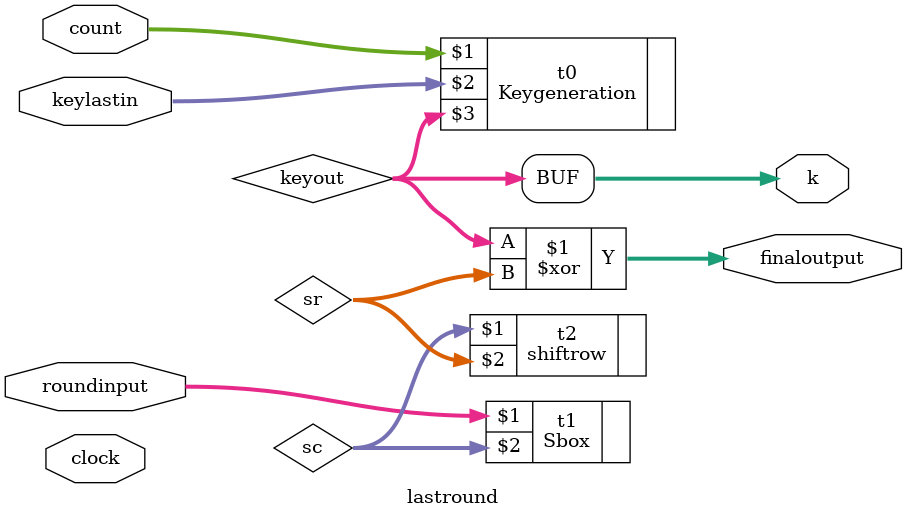
<source format=v>
module lastround(clock,count,roundinput,keylastin,k,finaloutput);
input clock;
input [3:0]count;
input [127:0]roundinput;
input [127:0]keylastin;
output [127:0]k;
output [127:0]finaloutput;

wire [127:0] sc,sr,mcl,keyout;
assign k = keyout;


Keygeneration t0(count,keylastin,keyout);
Sbox t1(roundinput,sc);
shiftrow t2(sc,sr);
assign finaloutput= keyout^sr;

endmodule

</source>
